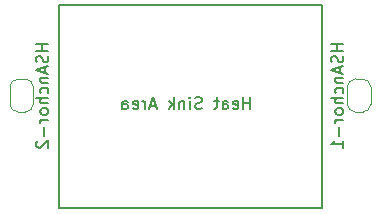
<source format=gbr>
%TF.GenerationSoftware,KiCad,Pcbnew,8.0.1*%
%TF.CreationDate,2024-05-13T16:53:06-04:00*%
%TF.ProjectId,LM1085,4c4d3130-3835-42e6-9b69-6361645f7063,rev?*%
%TF.SameCoordinates,Original*%
%TF.FileFunction,Legend,Bot*%
%TF.FilePolarity,Positive*%
%FSLAX46Y46*%
G04 Gerber Fmt 4.6, Leading zero omitted, Abs format (unit mm)*
G04 Created by KiCad (PCBNEW 8.0.1) date 2024-05-13 16:53:06*
%MOMM*%
%LPD*%
G01*
G04 APERTURE LIST*
%ADD10C,0.150000*%
%ADD11C,0.120000*%
G04 APERTURE END LIST*
D10*
X139700000Y-95885000D02*
X161925000Y-95885000D01*
X161925000Y-113030000D01*
X139700000Y-113030000D01*
X139700000Y-95885000D01*
X155873220Y-104644819D02*
X155873220Y-103644819D01*
X155873220Y-104121009D02*
X155301792Y-104121009D01*
X155301792Y-104644819D02*
X155301792Y-103644819D01*
X154444649Y-104597200D02*
X154539887Y-104644819D01*
X154539887Y-104644819D02*
X154730363Y-104644819D01*
X154730363Y-104644819D02*
X154825601Y-104597200D01*
X154825601Y-104597200D02*
X154873220Y-104501961D01*
X154873220Y-104501961D02*
X154873220Y-104121009D01*
X154873220Y-104121009D02*
X154825601Y-104025771D01*
X154825601Y-104025771D02*
X154730363Y-103978152D01*
X154730363Y-103978152D02*
X154539887Y-103978152D01*
X154539887Y-103978152D02*
X154444649Y-104025771D01*
X154444649Y-104025771D02*
X154397030Y-104121009D01*
X154397030Y-104121009D02*
X154397030Y-104216247D01*
X154397030Y-104216247D02*
X154873220Y-104311485D01*
X153539887Y-104644819D02*
X153539887Y-104121009D01*
X153539887Y-104121009D02*
X153587506Y-104025771D01*
X153587506Y-104025771D02*
X153682744Y-103978152D01*
X153682744Y-103978152D02*
X153873220Y-103978152D01*
X153873220Y-103978152D02*
X153968458Y-104025771D01*
X153539887Y-104597200D02*
X153635125Y-104644819D01*
X153635125Y-104644819D02*
X153873220Y-104644819D01*
X153873220Y-104644819D02*
X153968458Y-104597200D01*
X153968458Y-104597200D02*
X154016077Y-104501961D01*
X154016077Y-104501961D02*
X154016077Y-104406723D01*
X154016077Y-104406723D02*
X153968458Y-104311485D01*
X153968458Y-104311485D02*
X153873220Y-104263866D01*
X153873220Y-104263866D02*
X153635125Y-104263866D01*
X153635125Y-104263866D02*
X153539887Y-104216247D01*
X153206553Y-103978152D02*
X152825601Y-103978152D01*
X153063696Y-103644819D02*
X153063696Y-104501961D01*
X153063696Y-104501961D02*
X153016077Y-104597200D01*
X153016077Y-104597200D02*
X152920839Y-104644819D01*
X152920839Y-104644819D02*
X152825601Y-104644819D01*
X151777981Y-104597200D02*
X151635124Y-104644819D01*
X151635124Y-104644819D02*
X151397029Y-104644819D01*
X151397029Y-104644819D02*
X151301791Y-104597200D01*
X151301791Y-104597200D02*
X151254172Y-104549580D01*
X151254172Y-104549580D02*
X151206553Y-104454342D01*
X151206553Y-104454342D02*
X151206553Y-104359104D01*
X151206553Y-104359104D02*
X151254172Y-104263866D01*
X151254172Y-104263866D02*
X151301791Y-104216247D01*
X151301791Y-104216247D02*
X151397029Y-104168628D01*
X151397029Y-104168628D02*
X151587505Y-104121009D01*
X151587505Y-104121009D02*
X151682743Y-104073390D01*
X151682743Y-104073390D02*
X151730362Y-104025771D01*
X151730362Y-104025771D02*
X151777981Y-103930533D01*
X151777981Y-103930533D02*
X151777981Y-103835295D01*
X151777981Y-103835295D02*
X151730362Y-103740057D01*
X151730362Y-103740057D02*
X151682743Y-103692438D01*
X151682743Y-103692438D02*
X151587505Y-103644819D01*
X151587505Y-103644819D02*
X151349410Y-103644819D01*
X151349410Y-103644819D02*
X151206553Y-103692438D01*
X150777981Y-104644819D02*
X150777981Y-103978152D01*
X150777981Y-103644819D02*
X150825600Y-103692438D01*
X150825600Y-103692438D02*
X150777981Y-103740057D01*
X150777981Y-103740057D02*
X150730362Y-103692438D01*
X150730362Y-103692438D02*
X150777981Y-103644819D01*
X150777981Y-103644819D02*
X150777981Y-103740057D01*
X150301791Y-103978152D02*
X150301791Y-104644819D01*
X150301791Y-104073390D02*
X150254172Y-104025771D01*
X150254172Y-104025771D02*
X150158934Y-103978152D01*
X150158934Y-103978152D02*
X150016077Y-103978152D01*
X150016077Y-103978152D02*
X149920839Y-104025771D01*
X149920839Y-104025771D02*
X149873220Y-104121009D01*
X149873220Y-104121009D02*
X149873220Y-104644819D01*
X149397029Y-104644819D02*
X149397029Y-103644819D01*
X149301791Y-104263866D02*
X149016077Y-104644819D01*
X149016077Y-103978152D02*
X149397029Y-104359104D01*
X147873219Y-104359104D02*
X147397029Y-104359104D01*
X147968457Y-104644819D02*
X147635124Y-103644819D01*
X147635124Y-103644819D02*
X147301791Y-104644819D01*
X146968457Y-104644819D02*
X146968457Y-103978152D01*
X146968457Y-104168628D02*
X146920838Y-104073390D01*
X146920838Y-104073390D02*
X146873219Y-104025771D01*
X146873219Y-104025771D02*
X146777981Y-103978152D01*
X146777981Y-103978152D02*
X146682743Y-103978152D01*
X145968457Y-104597200D02*
X146063695Y-104644819D01*
X146063695Y-104644819D02*
X146254171Y-104644819D01*
X146254171Y-104644819D02*
X146349409Y-104597200D01*
X146349409Y-104597200D02*
X146397028Y-104501961D01*
X146397028Y-104501961D02*
X146397028Y-104121009D01*
X146397028Y-104121009D02*
X146349409Y-104025771D01*
X146349409Y-104025771D02*
X146254171Y-103978152D01*
X146254171Y-103978152D02*
X146063695Y-103978152D01*
X146063695Y-103978152D02*
X145968457Y-104025771D01*
X145968457Y-104025771D02*
X145920838Y-104121009D01*
X145920838Y-104121009D02*
X145920838Y-104216247D01*
X145920838Y-104216247D02*
X146397028Y-104311485D01*
X145063695Y-104644819D02*
X145063695Y-104121009D01*
X145063695Y-104121009D02*
X145111314Y-104025771D01*
X145111314Y-104025771D02*
X145206552Y-103978152D01*
X145206552Y-103978152D02*
X145397028Y-103978152D01*
X145397028Y-103978152D02*
X145492266Y-104025771D01*
X145063695Y-104597200D02*
X145158933Y-104644819D01*
X145158933Y-104644819D02*
X145397028Y-104644819D01*
X145397028Y-104644819D02*
X145492266Y-104597200D01*
X145492266Y-104597200D02*
X145539885Y-104501961D01*
X145539885Y-104501961D02*
X145539885Y-104406723D01*
X145539885Y-104406723D02*
X145492266Y-104311485D01*
X145492266Y-104311485D02*
X145397028Y-104263866D01*
X145397028Y-104263866D02*
X145158933Y-104263866D01*
X145158933Y-104263866D02*
X145063695Y-104216247D01*
X138779819Y-99124047D02*
X137779819Y-99124047D01*
X138256009Y-99124047D02*
X138256009Y-99695475D01*
X138779819Y-99695475D02*
X137779819Y-99695475D01*
X138732200Y-100124047D02*
X138779819Y-100266904D01*
X138779819Y-100266904D02*
X138779819Y-100504999D01*
X138779819Y-100504999D02*
X138732200Y-100600237D01*
X138732200Y-100600237D02*
X138684580Y-100647856D01*
X138684580Y-100647856D02*
X138589342Y-100695475D01*
X138589342Y-100695475D02*
X138494104Y-100695475D01*
X138494104Y-100695475D02*
X138398866Y-100647856D01*
X138398866Y-100647856D02*
X138351247Y-100600237D01*
X138351247Y-100600237D02*
X138303628Y-100504999D01*
X138303628Y-100504999D02*
X138256009Y-100314523D01*
X138256009Y-100314523D02*
X138208390Y-100219285D01*
X138208390Y-100219285D02*
X138160771Y-100171666D01*
X138160771Y-100171666D02*
X138065533Y-100124047D01*
X138065533Y-100124047D02*
X137970295Y-100124047D01*
X137970295Y-100124047D02*
X137875057Y-100171666D01*
X137875057Y-100171666D02*
X137827438Y-100219285D01*
X137827438Y-100219285D02*
X137779819Y-100314523D01*
X137779819Y-100314523D02*
X137779819Y-100552618D01*
X137779819Y-100552618D02*
X137827438Y-100695475D01*
X138494104Y-101076428D02*
X138494104Y-101552618D01*
X138779819Y-100981190D02*
X137779819Y-101314523D01*
X137779819Y-101314523D02*
X138779819Y-101647856D01*
X138113152Y-101981190D02*
X138779819Y-101981190D01*
X138208390Y-101981190D02*
X138160771Y-102028809D01*
X138160771Y-102028809D02*
X138113152Y-102124047D01*
X138113152Y-102124047D02*
X138113152Y-102266904D01*
X138113152Y-102266904D02*
X138160771Y-102362142D01*
X138160771Y-102362142D02*
X138256009Y-102409761D01*
X138256009Y-102409761D02*
X138779819Y-102409761D01*
X138732200Y-103314523D02*
X138779819Y-103219285D01*
X138779819Y-103219285D02*
X138779819Y-103028809D01*
X138779819Y-103028809D02*
X138732200Y-102933571D01*
X138732200Y-102933571D02*
X138684580Y-102885952D01*
X138684580Y-102885952D02*
X138589342Y-102838333D01*
X138589342Y-102838333D02*
X138303628Y-102838333D01*
X138303628Y-102838333D02*
X138208390Y-102885952D01*
X138208390Y-102885952D02*
X138160771Y-102933571D01*
X138160771Y-102933571D02*
X138113152Y-103028809D01*
X138113152Y-103028809D02*
X138113152Y-103219285D01*
X138113152Y-103219285D02*
X138160771Y-103314523D01*
X138779819Y-103743095D02*
X137779819Y-103743095D01*
X138779819Y-104171666D02*
X138256009Y-104171666D01*
X138256009Y-104171666D02*
X138160771Y-104124047D01*
X138160771Y-104124047D02*
X138113152Y-104028809D01*
X138113152Y-104028809D02*
X138113152Y-103885952D01*
X138113152Y-103885952D02*
X138160771Y-103790714D01*
X138160771Y-103790714D02*
X138208390Y-103743095D01*
X138779819Y-104790714D02*
X138732200Y-104695476D01*
X138732200Y-104695476D02*
X138684580Y-104647857D01*
X138684580Y-104647857D02*
X138589342Y-104600238D01*
X138589342Y-104600238D02*
X138303628Y-104600238D01*
X138303628Y-104600238D02*
X138208390Y-104647857D01*
X138208390Y-104647857D02*
X138160771Y-104695476D01*
X138160771Y-104695476D02*
X138113152Y-104790714D01*
X138113152Y-104790714D02*
X138113152Y-104933571D01*
X138113152Y-104933571D02*
X138160771Y-105028809D01*
X138160771Y-105028809D02*
X138208390Y-105076428D01*
X138208390Y-105076428D02*
X138303628Y-105124047D01*
X138303628Y-105124047D02*
X138589342Y-105124047D01*
X138589342Y-105124047D02*
X138684580Y-105076428D01*
X138684580Y-105076428D02*
X138732200Y-105028809D01*
X138732200Y-105028809D02*
X138779819Y-104933571D01*
X138779819Y-104933571D02*
X138779819Y-104790714D01*
X138779819Y-105552619D02*
X138113152Y-105552619D01*
X138303628Y-105552619D02*
X138208390Y-105600238D01*
X138208390Y-105600238D02*
X138160771Y-105647857D01*
X138160771Y-105647857D02*
X138113152Y-105743095D01*
X138113152Y-105743095D02*
X138113152Y-105838333D01*
X138398866Y-106171667D02*
X138398866Y-106933572D01*
X137875057Y-107362143D02*
X137827438Y-107409762D01*
X137827438Y-107409762D02*
X137779819Y-107505000D01*
X137779819Y-107505000D02*
X137779819Y-107743095D01*
X137779819Y-107743095D02*
X137827438Y-107838333D01*
X137827438Y-107838333D02*
X137875057Y-107885952D01*
X137875057Y-107885952D02*
X137970295Y-107933571D01*
X137970295Y-107933571D02*
X138065533Y-107933571D01*
X138065533Y-107933571D02*
X138208390Y-107885952D01*
X138208390Y-107885952D02*
X138779819Y-107314524D01*
X138779819Y-107314524D02*
X138779819Y-107933571D01*
X163754819Y-99124047D02*
X162754819Y-99124047D01*
X163231009Y-99124047D02*
X163231009Y-99695475D01*
X163754819Y-99695475D02*
X162754819Y-99695475D01*
X163707200Y-100124047D02*
X163754819Y-100266904D01*
X163754819Y-100266904D02*
X163754819Y-100504999D01*
X163754819Y-100504999D02*
X163707200Y-100600237D01*
X163707200Y-100600237D02*
X163659580Y-100647856D01*
X163659580Y-100647856D02*
X163564342Y-100695475D01*
X163564342Y-100695475D02*
X163469104Y-100695475D01*
X163469104Y-100695475D02*
X163373866Y-100647856D01*
X163373866Y-100647856D02*
X163326247Y-100600237D01*
X163326247Y-100600237D02*
X163278628Y-100504999D01*
X163278628Y-100504999D02*
X163231009Y-100314523D01*
X163231009Y-100314523D02*
X163183390Y-100219285D01*
X163183390Y-100219285D02*
X163135771Y-100171666D01*
X163135771Y-100171666D02*
X163040533Y-100124047D01*
X163040533Y-100124047D02*
X162945295Y-100124047D01*
X162945295Y-100124047D02*
X162850057Y-100171666D01*
X162850057Y-100171666D02*
X162802438Y-100219285D01*
X162802438Y-100219285D02*
X162754819Y-100314523D01*
X162754819Y-100314523D02*
X162754819Y-100552618D01*
X162754819Y-100552618D02*
X162802438Y-100695475D01*
X163469104Y-101076428D02*
X163469104Y-101552618D01*
X163754819Y-100981190D02*
X162754819Y-101314523D01*
X162754819Y-101314523D02*
X163754819Y-101647856D01*
X163088152Y-101981190D02*
X163754819Y-101981190D01*
X163183390Y-101981190D02*
X163135771Y-102028809D01*
X163135771Y-102028809D02*
X163088152Y-102124047D01*
X163088152Y-102124047D02*
X163088152Y-102266904D01*
X163088152Y-102266904D02*
X163135771Y-102362142D01*
X163135771Y-102362142D02*
X163231009Y-102409761D01*
X163231009Y-102409761D02*
X163754819Y-102409761D01*
X163707200Y-103314523D02*
X163754819Y-103219285D01*
X163754819Y-103219285D02*
X163754819Y-103028809D01*
X163754819Y-103028809D02*
X163707200Y-102933571D01*
X163707200Y-102933571D02*
X163659580Y-102885952D01*
X163659580Y-102885952D02*
X163564342Y-102838333D01*
X163564342Y-102838333D02*
X163278628Y-102838333D01*
X163278628Y-102838333D02*
X163183390Y-102885952D01*
X163183390Y-102885952D02*
X163135771Y-102933571D01*
X163135771Y-102933571D02*
X163088152Y-103028809D01*
X163088152Y-103028809D02*
X163088152Y-103219285D01*
X163088152Y-103219285D02*
X163135771Y-103314523D01*
X163754819Y-103743095D02*
X162754819Y-103743095D01*
X163754819Y-104171666D02*
X163231009Y-104171666D01*
X163231009Y-104171666D02*
X163135771Y-104124047D01*
X163135771Y-104124047D02*
X163088152Y-104028809D01*
X163088152Y-104028809D02*
X163088152Y-103885952D01*
X163088152Y-103885952D02*
X163135771Y-103790714D01*
X163135771Y-103790714D02*
X163183390Y-103743095D01*
X163754819Y-104790714D02*
X163707200Y-104695476D01*
X163707200Y-104695476D02*
X163659580Y-104647857D01*
X163659580Y-104647857D02*
X163564342Y-104600238D01*
X163564342Y-104600238D02*
X163278628Y-104600238D01*
X163278628Y-104600238D02*
X163183390Y-104647857D01*
X163183390Y-104647857D02*
X163135771Y-104695476D01*
X163135771Y-104695476D02*
X163088152Y-104790714D01*
X163088152Y-104790714D02*
X163088152Y-104933571D01*
X163088152Y-104933571D02*
X163135771Y-105028809D01*
X163135771Y-105028809D02*
X163183390Y-105076428D01*
X163183390Y-105076428D02*
X163278628Y-105124047D01*
X163278628Y-105124047D02*
X163564342Y-105124047D01*
X163564342Y-105124047D02*
X163659580Y-105076428D01*
X163659580Y-105076428D02*
X163707200Y-105028809D01*
X163707200Y-105028809D02*
X163754819Y-104933571D01*
X163754819Y-104933571D02*
X163754819Y-104790714D01*
X163754819Y-105552619D02*
X163088152Y-105552619D01*
X163278628Y-105552619D02*
X163183390Y-105600238D01*
X163183390Y-105600238D02*
X163135771Y-105647857D01*
X163135771Y-105647857D02*
X163088152Y-105743095D01*
X163088152Y-105743095D02*
X163088152Y-105838333D01*
X163373866Y-106171667D02*
X163373866Y-106933572D01*
X163754819Y-107933571D02*
X163754819Y-107362143D01*
X163754819Y-107647857D02*
X162754819Y-107647857D01*
X162754819Y-107647857D02*
X162897676Y-107552619D01*
X162897676Y-107552619D02*
X162992914Y-107457381D01*
X162992914Y-107457381D02*
X163040533Y-107362143D01*
D11*
%TO.C,HSAnchor-2*%
X136225000Y-102105000D02*
X136825000Y-102105000D01*
X137525000Y-102805000D02*
X137525000Y-104205000D01*
X135525000Y-104205000D02*
X135525000Y-102805000D01*
X136825000Y-104905000D02*
X136225000Y-104905000D01*
X136825000Y-102105000D02*
G75*
G02*
X137525000Y-102805000I0J-700000D01*
G01*
X135525000Y-102805000D02*
G75*
G02*
X136225000Y-102105000I700000J0D01*
G01*
X137525000Y-104205000D02*
G75*
G02*
X136825000Y-104905000I-699999J-1D01*
G01*
X136225000Y-104905000D02*
G75*
G02*
X135525000Y-104205000I-1J699999D01*
G01*
%TO.C,HSAnchor-1*%
X164800000Y-102105000D02*
X165400000Y-102105000D01*
X164100000Y-104205000D02*
X164100000Y-102805000D01*
X166100000Y-102805000D02*
X166100000Y-104205000D01*
X165400000Y-104905000D02*
X164800000Y-104905000D01*
X164100000Y-102805000D02*
G75*
G02*
X164800000Y-102105000I699999J1D01*
G01*
X165400000Y-102105000D02*
G75*
G02*
X166100000Y-102805000I1J-699999D01*
G01*
X164800000Y-104905000D02*
G75*
G02*
X164100000Y-104205000I0J700000D01*
G01*
X166100000Y-104205000D02*
G75*
G02*
X165400000Y-104905000I-700000J0D01*
G01*
%TD*%
M02*

</source>
